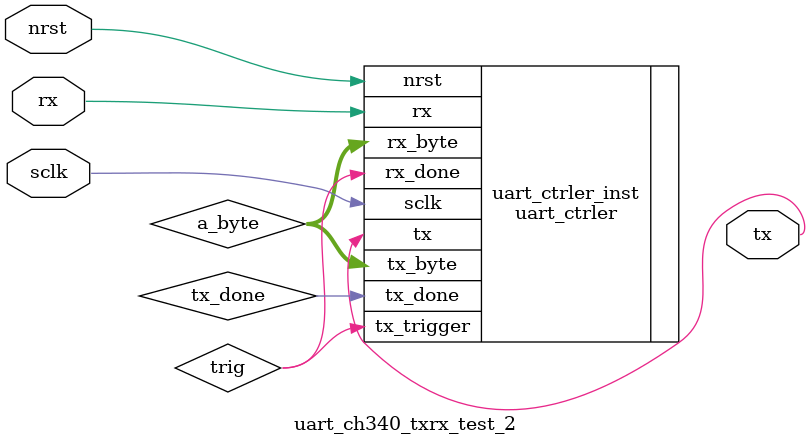
<source format=v>
/*测试2：数据回传*/
module uart_ch340_txrx_test_2(
    input wire sclk,
    input wire nrst,

    output wire tx,
    input wire rx
);

wire tx_done;
wire trig;//这根线把rx_done连上tx_trigger，也就是接收到一个字节后，立马触发一次发送
wire[7:0] a_byte;//把rx_byte连上tx_byte，把接收的字节发送回去

uart_ctrler #(
    .sys_clk_freq (50_000_000),
    .baudrate (115200)
)
uart_ctrler_inst(
    .sclk(sclk),
    .nrst(nrst),

    .tx_trigger(trig),
    .tx_done(tx_done),
    .rx_done(trig),

    .tx_byte(a_byte),
    .rx_byte(a_byte),

    .tx(tx),
    .rx(rx)
);

endmodule
</source>
